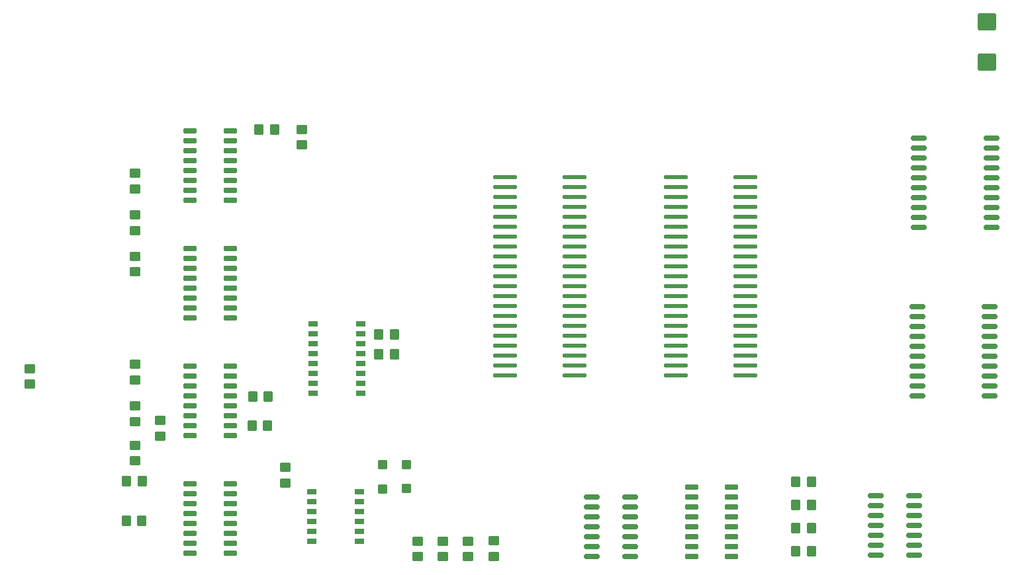
<source format=gtp>
G04 #@! TF.GenerationSoftware,KiCad,Pcbnew,8.0.9*
G04 #@! TF.CreationDate,2025-04-09T11:12:09-04:00*
G04 #@! TF.ProjectId,RAMEXPB_V3,52414d45-5850-4425-9f56-332e6b696361,rev?*
G04 #@! TF.SameCoordinates,Original*
G04 #@! TF.FileFunction,Paste,Top*
G04 #@! TF.FilePolarity,Positive*
%FSLAX46Y46*%
G04 Gerber Fmt 4.6, Leading zero omitted, Abs format (unit mm)*
G04 Created by KiCad (PCBNEW 8.0.9) date 2025-04-09 11:12:09*
%MOMM*%
%LPD*%
G01*
G04 APERTURE LIST*
G04 Aperture macros list*
%AMRoundRect*
0 Rectangle with rounded corners*
0 $1 Rounding radius*
0 $2 $3 $4 $5 $6 $7 $8 $9 X,Y pos of 4 corners*
0 Add a 4 corners polygon primitive as box body*
4,1,4,$2,$3,$4,$5,$6,$7,$8,$9,$2,$3,0*
0 Add four circle primitives for the rounded corners*
1,1,$1+$1,$2,$3*
1,1,$1+$1,$4,$5*
1,1,$1+$1,$6,$7*
1,1,$1+$1,$8,$9*
0 Add four rect primitives between the rounded corners*
20,1,$1+$1,$2,$3,$4,$5,0*
20,1,$1+$1,$4,$5,$6,$7,0*
20,1,$1+$1,$6,$7,$8,$9,0*
20,1,$1+$1,$8,$9,$2,$3,0*%
G04 Aperture macros list end*
%ADD10RoundRect,0.250000X-0.450000X0.350000X-0.450000X-0.350000X0.450000X-0.350000X0.450000X0.350000X0*%
%ADD11RoundRect,0.250000X0.450000X-0.350000X0.450000X0.350000X-0.450000X0.350000X-0.450000X-0.350000X0*%
%ADD12RoundRect,0.250000X0.350000X0.450000X-0.350000X0.450000X-0.350000X-0.450000X0.350000X-0.450000X0*%
%ADD13RoundRect,0.150000X0.725000X0.150000X-0.725000X0.150000X-0.725000X-0.150000X0.725000X-0.150000X0*%
%ADD14RoundRect,0.312500X0.312500X-0.312500X0.312500X0.312500X-0.312500X0.312500X-0.312500X-0.312500X0*%
%ADD15R,1.250000X0.760000*%
%ADD16RoundRect,0.150000X-0.875000X-0.150000X0.875000X-0.150000X0.875000X0.150000X-0.875000X0.150000X0*%
%ADD17RoundRect,0.250000X-0.350000X-0.450000X0.350000X-0.450000X0.350000X0.450000X-0.350000X0.450000X0*%
%ADD18RoundRect,0.137500X-1.361500X-0.137500X1.361500X-0.137500X1.361500X0.137500X-1.361500X0.137500X0*%
%ADD19RoundRect,0.250000X0.925000X-0.875000X0.925000X0.875000X-0.925000X0.875000X-0.925000X-0.875000X0*%
%ADD20RoundRect,0.150000X0.825000X0.150000X-0.825000X0.150000X-0.825000X-0.150000X0.825000X-0.150000X0*%
G04 APERTURE END LIST*
D10*
G04 #@! TO.C,R9*
X99575000Y-137615000D03*
X99575000Y-139615000D03*
G04 #@! TD*
D11*
G04 #@! TO.C,R2*
X102785000Y-146825000D03*
X102785000Y-144825000D03*
G04 #@! TD*
D12*
G04 #@! TO.C,R20*
X132735000Y-136290000D03*
X130735000Y-136290000D03*
G04 #@! TD*
D13*
G04 #@! TO.C,U2*
X111800000Y-146723300D03*
X111800000Y-145453300D03*
X111800000Y-144183300D03*
X111800000Y-142913300D03*
X111800000Y-141643300D03*
X111800000Y-140373300D03*
X111800000Y-139103300D03*
X111800000Y-137833300D03*
X106650000Y-137833300D03*
X106650000Y-139103300D03*
X106650000Y-140373300D03*
X106650000Y-141643300D03*
X106650000Y-142913300D03*
X106650000Y-144183300D03*
X106650000Y-145453300D03*
X106650000Y-146723300D03*
G04 #@! TD*
D12*
G04 #@! TO.C,R15*
X132745000Y-133795000D03*
X130745000Y-133795000D03*
G04 #@! TD*
D11*
G04 #@! TO.C,R22*
X135760600Y-162255000D03*
X135760600Y-160255000D03*
G04 #@! TD*
D14*
G04 #@! TO.C,D2*
X131255000Y-153565000D03*
X131255000Y-150465000D03*
G04 #@! TD*
D10*
G04 #@! TO.C,R13*
X99575000Y-118460000D03*
X99575000Y-120460000D03*
G04 #@! TD*
G04 #@! TO.C,R24*
X120905000Y-107525000D03*
X120905000Y-109525000D03*
G04 #@! TD*
D13*
G04 #@! TO.C,U3*
X175902500Y-162275000D03*
X175902500Y-161005000D03*
X175902500Y-159735000D03*
X175902500Y-158465000D03*
X175902500Y-157195000D03*
X175902500Y-155925000D03*
X175902500Y-154655000D03*
X175902500Y-153385000D03*
X170752500Y-153385000D03*
X170752500Y-154655000D03*
X170752500Y-155925000D03*
X170752500Y-157195000D03*
X170752500Y-158465000D03*
X170752500Y-159735000D03*
X170752500Y-161005000D03*
X170752500Y-162275000D03*
G04 #@! TD*
D10*
G04 #@! TO.C,R11*
X99575000Y-147995000D03*
X99575000Y-149995000D03*
G04 #@! TD*
D12*
G04 #@! TO.C,R25*
X117455000Y-107585000D03*
X115455000Y-107585000D03*
G04 #@! TD*
D15*
G04 #@! TO.C,SWB1*
X122170000Y-153960000D03*
X122170000Y-155230000D03*
X122170000Y-156500000D03*
X122170000Y-157770000D03*
X122170000Y-159040000D03*
X122170000Y-160310000D03*
X128320000Y-160310000D03*
X128320000Y-159040000D03*
X128320000Y-157770000D03*
X128320000Y-156500000D03*
X128320000Y-155230000D03*
X128320000Y-153960000D03*
G04 #@! TD*
D13*
G04 #@! TO.C,U10*
X111800000Y-131666700D03*
X111800000Y-130396700D03*
X111800000Y-129126700D03*
X111800000Y-127856700D03*
X111800000Y-126586700D03*
X111800000Y-125316700D03*
X111800000Y-124046700D03*
X111800000Y-122776700D03*
X106650000Y-122776700D03*
X106650000Y-124046700D03*
X106650000Y-125316700D03*
X106650000Y-126586700D03*
X106650000Y-127856700D03*
X106650000Y-129126700D03*
X106650000Y-130396700D03*
X106650000Y-131666700D03*
G04 #@! TD*
D12*
G04 #@! TO.C,R8*
X116635000Y-141735000D03*
X114635000Y-141735000D03*
G04 #@! TD*
D16*
G04 #@! TO.C,U7*
X199850000Y-108625000D03*
X199850000Y-109895000D03*
X199850000Y-111165000D03*
X199850000Y-112435000D03*
X199850000Y-113705000D03*
X199850000Y-114975000D03*
X199850000Y-116245000D03*
X199850000Y-117515000D03*
X199850000Y-118785000D03*
X199850000Y-120055000D03*
X209150000Y-120055000D03*
X209150000Y-118785000D03*
X209150000Y-117515000D03*
X209150000Y-116245000D03*
X209150000Y-114975000D03*
X209150000Y-113705000D03*
X209150000Y-112435000D03*
X209150000Y-111165000D03*
X209150000Y-109895000D03*
X209150000Y-108625000D03*
G04 #@! TD*
D17*
G04 #@! TO.C,R17*
X98465000Y-157645000D03*
X100465000Y-157645000D03*
G04 #@! TD*
G04 #@! TO.C,R6*
X184125000Y-158586700D03*
X186125000Y-158586700D03*
G04 #@! TD*
D18*
G04 #@! TO.C,U5*
X146945000Y-113600000D03*
X146945000Y-114870000D03*
X146945000Y-116140000D03*
X146945000Y-117410000D03*
X146945000Y-118680000D03*
X146945000Y-119950000D03*
X146945000Y-121220000D03*
X146945000Y-122490000D03*
X146945000Y-123760000D03*
X146945000Y-125030000D03*
X146945000Y-126300000D03*
X146945000Y-127570000D03*
X146945000Y-128840000D03*
X146945000Y-130110000D03*
X146945000Y-131380000D03*
X146945000Y-132650000D03*
X146945000Y-133920000D03*
X146945000Y-135190000D03*
X146945000Y-136460000D03*
X146945000Y-137730000D03*
X146945000Y-139000000D03*
X155835000Y-139000000D03*
X155835000Y-137730000D03*
X155835000Y-136460000D03*
X155835000Y-135190000D03*
X155835000Y-133920000D03*
X155835000Y-132650000D03*
X155835000Y-131380000D03*
X155835000Y-130110000D03*
X155835000Y-128840000D03*
X155835000Y-127570000D03*
X155835000Y-126300000D03*
X155835000Y-125030000D03*
X155835000Y-123760000D03*
X155835000Y-122490000D03*
X155835000Y-121220000D03*
X155835000Y-119950000D03*
X155835000Y-118680000D03*
X155835000Y-117410000D03*
X155835000Y-116140000D03*
X155835000Y-114870000D03*
X155835000Y-113600000D03*
G04 #@! TD*
D19*
G04 #@! TO.C,C1*
X208585000Y-98875000D03*
X208585000Y-93775000D03*
G04 #@! TD*
D17*
G04 #@! TO.C,R18*
X98505000Y-152595000D03*
X100505000Y-152595000D03*
G04 #@! TD*
G04 #@! TO.C,R5*
X184125000Y-155618300D03*
X186125000Y-155618300D03*
G04 #@! TD*
D15*
G04 #@! TO.C,SWB2*
X122350000Y-132460000D03*
X122350000Y-133730000D03*
X122350000Y-135000000D03*
X122350000Y-136270000D03*
X122350000Y-137540000D03*
X122350000Y-138810000D03*
X122350000Y-140080000D03*
X122350000Y-141350000D03*
X128500000Y-141350000D03*
X128500000Y-140080000D03*
X128500000Y-138810000D03*
X128500000Y-137540000D03*
X128500000Y-136270000D03*
X128500000Y-135000000D03*
X128500000Y-133730000D03*
X128500000Y-132460000D03*
G04 #@! TD*
D20*
G04 #@! TO.C,U1*
X162940000Y-162245000D03*
X162940000Y-160975000D03*
X162940000Y-159705000D03*
X162940000Y-158435000D03*
X162940000Y-157165000D03*
X162940000Y-155895000D03*
X162940000Y-154625000D03*
X157990000Y-154625000D03*
X157990000Y-155895000D03*
X157990000Y-157165000D03*
X157990000Y-158435000D03*
X157990000Y-159705000D03*
X157990000Y-160975000D03*
X157990000Y-162245000D03*
G04 #@! TD*
D14*
G04 #@! TO.C,D1*
X134325000Y-153545000D03*
X134325000Y-150445000D03*
G04 #@! TD*
D11*
G04 #@! TO.C,R16*
X142198300Y-162255000D03*
X142198300Y-160255000D03*
G04 #@! TD*
D13*
G04 #@! TO.C,U11*
X111800000Y-116610000D03*
X111800000Y-115340000D03*
X111800000Y-114070000D03*
X111800000Y-112800000D03*
X111800000Y-111530000D03*
X111800000Y-110260000D03*
X111800000Y-108990000D03*
X111800000Y-107720000D03*
X106650000Y-107720000D03*
X106650000Y-108990000D03*
X106650000Y-110260000D03*
X106650000Y-111530000D03*
X106650000Y-112800000D03*
X106650000Y-114070000D03*
X106650000Y-115340000D03*
X106650000Y-116610000D03*
G04 #@! TD*
D17*
G04 #@! TO.C,R7*
X184125000Y-152650000D03*
X186125000Y-152650000D03*
G04 #@! TD*
D11*
G04 #@! TO.C,R26*
X145455000Y-162245000D03*
X145455000Y-160245000D03*
G04 #@! TD*
D13*
G04 #@! TO.C,U9*
X111800000Y-161780000D03*
X111800000Y-160510000D03*
X111800000Y-159240000D03*
X111800000Y-157970000D03*
X111800000Y-156700000D03*
X111800000Y-155430000D03*
X111800000Y-154160000D03*
X111800000Y-152890000D03*
X106650000Y-152890000D03*
X106650000Y-154160000D03*
X106650000Y-155430000D03*
X106650000Y-156700000D03*
X106650000Y-157970000D03*
X106650000Y-159240000D03*
X106650000Y-160510000D03*
X106650000Y-161780000D03*
G04 #@! TD*
D16*
G04 #@! TO.C,U8*
X199630000Y-130270000D03*
X199630000Y-131540000D03*
X199630000Y-132810000D03*
X199630000Y-134080000D03*
X199630000Y-135350000D03*
X199630000Y-136620000D03*
X199630000Y-137890000D03*
X199630000Y-139160000D03*
X199630000Y-140430000D03*
X199630000Y-141700000D03*
X208930000Y-141700000D03*
X208930000Y-140430000D03*
X208930000Y-139160000D03*
X208930000Y-137890000D03*
X208930000Y-136620000D03*
X208930000Y-135350000D03*
X208930000Y-134080000D03*
X208930000Y-132810000D03*
X208930000Y-131540000D03*
X208930000Y-130270000D03*
G04 #@! TD*
D18*
G04 #@! TO.C,U6*
X168725000Y-113600000D03*
X168725000Y-114870000D03*
X168725000Y-116140000D03*
X168725000Y-117410000D03*
X168725000Y-118680000D03*
X168725000Y-119950000D03*
X168725000Y-121220000D03*
X168725000Y-122490000D03*
X168725000Y-123760000D03*
X168725000Y-125030000D03*
X168725000Y-126300000D03*
X168725000Y-127570000D03*
X168725000Y-128840000D03*
X168725000Y-130110000D03*
X168725000Y-131380000D03*
X168725000Y-132650000D03*
X168725000Y-133920000D03*
X168725000Y-135190000D03*
X168725000Y-136460000D03*
X168725000Y-137730000D03*
X168725000Y-139000000D03*
X177615000Y-139000000D03*
X177615000Y-137730000D03*
X177615000Y-136460000D03*
X177615000Y-135190000D03*
X177615000Y-133920000D03*
X177615000Y-132650000D03*
X177615000Y-131380000D03*
X177615000Y-130110000D03*
X177615000Y-128840000D03*
X177615000Y-127570000D03*
X177615000Y-126300000D03*
X177615000Y-125030000D03*
X177615000Y-123760000D03*
X177615000Y-122490000D03*
X177615000Y-121220000D03*
X177615000Y-119950000D03*
X177615000Y-118680000D03*
X177615000Y-117410000D03*
X177615000Y-116140000D03*
X177615000Y-114870000D03*
X177615000Y-113600000D03*
G04 #@! TD*
D10*
G04 #@! TO.C,R10*
X99575000Y-142945000D03*
X99575000Y-144945000D03*
G04 #@! TD*
D17*
G04 #@! TO.C,R4*
X184125000Y-161555000D03*
X186125000Y-161555000D03*
G04 #@! TD*
D10*
G04 #@! TO.C,R12*
X99575000Y-113135000D03*
X99575000Y-115135000D03*
G04 #@! TD*
D20*
G04 #@! TO.C,U4*
X199255000Y-162105000D03*
X199255000Y-160835000D03*
X199255000Y-159565000D03*
X199255000Y-158295000D03*
X199255000Y-157025000D03*
X199255000Y-155755000D03*
X199255000Y-154485000D03*
X194305000Y-154485000D03*
X194305000Y-155755000D03*
X194305000Y-157025000D03*
X194305000Y-158295000D03*
X194305000Y-159565000D03*
X194305000Y-160835000D03*
X194305000Y-162105000D03*
G04 #@! TD*
D10*
G04 #@! TO.C,R19*
X118805000Y-150825000D03*
X118805000Y-152825000D03*
G04 #@! TD*
G04 #@! TO.C,R3*
X86135000Y-138165000D03*
X86135000Y-140165000D03*
G04 #@! TD*
D11*
G04 #@! TO.C,R21*
X138979400Y-162255000D03*
X138979400Y-160255000D03*
G04 #@! TD*
D10*
G04 #@! TO.C,R14*
X99575000Y-123785000D03*
X99575000Y-125785000D03*
G04 #@! TD*
D17*
G04 #@! TO.C,R1*
X114535000Y-145475000D03*
X116535000Y-145475000D03*
G04 #@! TD*
M02*

</source>
